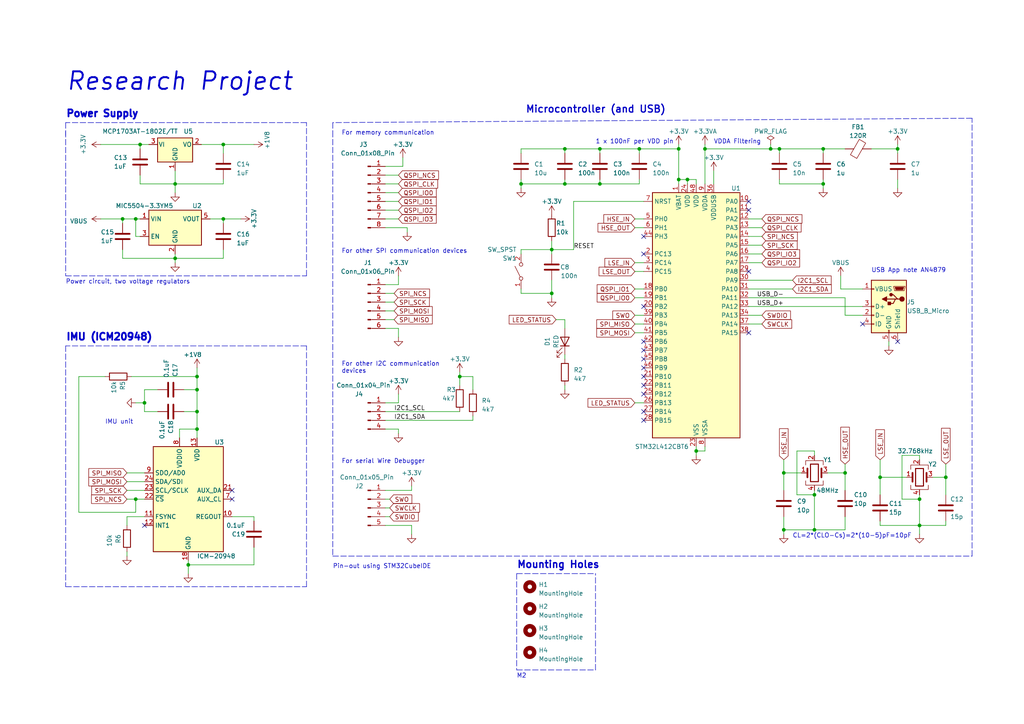
<source format=kicad_sch>
(kicad_sch (version 20230121) (generator eeschema)
  (paper "A4")
  (title_block (title "Research Project") (date "2023-03-26") (rev "0.1") (company "University London College"))
  (lib_symbols
    (symbol "Connector:Conn_01x04_Pin" (pin_names (offset 1.016) hide)
      (property "Reference" "J" (at 0 5.08 0))
      (property "Value" "Conn_01x04_Pin" (at 0 -7.62 0))
      (symbol "Conn_01x04_Pin_1_1"
        (pin passive line (at 5.08 2.54 180) (length 3.81) (name "Pin_1") (number "1"))
        (pin passive line (at 5.08 0 180) (length 3.81) (name "Pin_2") (number "2"))
        (pin passive line (at 5.08 -2.54 180) (length 3.81) (name "Pin_3") (number "3"))
        (pin passive line (at 5.08 -5.08 180) (length 3.81) (name "Pin_4") (number "4"))
      )
    )
    (symbol "Connector:Conn_01x05_Pin" (pin_names (offset 1.016) hide)
      (property "Reference" "J" (at 0 7.62 0))
      (property "Value" "Conn_01x05_Pin" (at 0 -7.62 0))
      (symbol "Conn_01x05_Pin_1_1"
        (pin passive line (at 5.08 5.08 180) (length 3.81) (name "Pin_1") (number "1"))
        (pin passive line (at 5.08 2.54 180) (length 3.81) (name "Pin_2") (number "2"))
        (pin passive line (at 5.08 0 180) (length 3.81) (name "Pin_3") (number "3"))
        (pin passive line (at 5.08 -2.54 180) (length 3.81) (name "Pin_4") (number "4"))
        (pin passive line (at 5.08 -5.08 180) (length 3.81) (name "Pin_5") (number "5"))
      )
    )
    (symbol "Connector:Conn_01x06_Pin" (pin_names (offset 1.016) hide)
      (property "Reference" "J" (at 0 7.62 0))
      (property "Value" "Conn_01x06_Pin" (at 0 -10.16 0))
      (symbol "Conn_01x06_Pin_1_1"
        (pin passive line (at 5.08 5.08 180) (length 3.81) (name "Pin_1") (number "1"))
        (pin passive line (at 5.08 2.54 180) (length 3.81) (name "Pin_2") (number "2"))
        (pin passive line (at 5.08 0 180) (length 3.81) (name "Pin_3") (number "3"))
        (pin passive line (at 5.08 -2.54 180) (length 3.81) (name "Pin_4") (number "4"))
        (pin passive line (at 5.08 -5.08 180) (length 3.81) (name "Pin_5") (number "5"))
        (pin passive line (at 5.08 -7.62 180) (length 3.81) (name "Pin_6") (number "6"))
      )
    )
    (symbol "Connector:Conn_01x08_Pin" (pin_names (offset 1.016) hide)
      (property "Reference" "J" (at 0 10.16 0))
      (property "Value" "Conn_01x08_Pin" (at 0 -12.7 0))
      (symbol "Conn_01x08_Pin_1_1"
        (pin passive line (at 5.08 7.62 180) (length 3.81) (name "Pin_1") (number "1"))
        (pin passive line (at 5.08 5.08 180) (length 3.81) (name "Pin_2") (number "2"))
        (pin passive line (at 5.08 2.54 180) (length 3.81) (name "Pin_3") (number "3"))
        (pin passive line (at 5.08 0 180) (length 3.81) (name "Pin_4") (number "4"))
        (pin passive line (at 5.08 -2.54 180) (length 3.81) (name "Pin_5") (number "5"))
        (pin passive line (at 5.08 -5.08 180) (length 3.81) (name "Pin_6") (number "6"))
        (pin passive line (at 5.08 -7.62 180) (length 3.81) (name "Pin_7") (number "7"))
        (pin passive line (at 5.08 -10.16 180) (length 3.81) (name "Pin_8") (number "8"))
      )
    )
    (symbol "Device:C" (pin_numbers hide) (pin_names (offset 0.254))
      (property "Reference" "C" (at 0.635 2.54 0))
      (property "Value" "C" (at 0.635 -2.54 0))
      (symbol "C_1_1"
        (pin passive line (at 0 3.81 270) (length 2.794) (name "~") (number "1"))
        (pin passive line (at 0 -3.81 90) (length 2.794) (name "~") (number "2"))
      )
    )
    (symbol "Device:Crystal_GND24" (pin_names (offset 1.016) hide)
      (property "Reference" "Y" (at 3.175 5.08 0))
      (property "Value" "Crystal_GND24" (at 3.175 3.175 0))
      (symbol "Crystal_GND24_1_1"
        (pin passive line (at -3.81 0 0) (length 1.27) (name "1") (number "1"))
        (pin passive line (at 0 5.08 270) (length 1.27) (name "2") (number "2"))
        (pin passive line (at 3.81 0 180) (length 1.27) (name "3") (number "3"))
        (pin passive line (at 0 -5.08 90) (length 1.27) (name "4") (number "4"))
      )
    )
    (symbol "Device:FerriteBead" (pin_numbers hide) (pin_names (offset 0))
      (property "Reference" "FB" (at -3.81 0.635 90))
      (property "Value" "FerriteBead" (at 3.81 0 90))
      (symbol "FerriteBead_1_1"
        (pin passive line (at 0 3.81 270) (length 2.54) (name "~") (number "1"))
        (pin passive line (at 0 -3.81 90) (length 2.54) (name "~") (number "2"))
      )
    )
    (symbol "Device:LED" (pin_numbers hide) (pin_names (offset 1.016) hide)
      (property "Reference" "D" (at 0 2.54 0))
      (property "Value" "LED" (at 0 -2.54 0))
      (symbol "LED_1_1"
        (pin passive line (at -3.81 0 0) (length 2.54) (name "K") (number "1"))
        (pin passive line (at 3.81 0 180) (length 2.54) (name "A") (number "2"))
      )
    )
    (symbol "Device:R" (pin_numbers hide) (pin_names (offset 0))
      (property "Reference" "R" (at 2.032 0 90))
      (property "Value" "R" (at 0 0 90))
      (symbol "R_1_1"
        (pin passive line (at 0 3.81 270) (length 1.27) (name "~") (number "1"))
        (pin passive line (at 0 -3.81 90) (length 1.27) (name "~") (number "2"))
      )
    )
    (symbol "MCU_ST_STM32L4:STM32L412CBTx"
      (property "Reference" "U" (at -12.7 36.83 0))
      (property "Value" "STM32L412CBTx" (at 7.62 36.83 0))
      (symbol "STM32L412CBTx_1_1"
        (pin power_in line (at -5.08 38.1 270) (length 2.54) (name "VBAT") (number "1"))
        (pin bidirectional line (at 15.24 33.02 180) (length 2.54) (name "PA0") (number "10"))
        (pin bidirectional line (at 15.24 30.48 180) (length 2.54) (name "PA1") (number "11"))
        (pin bidirectional line (at 15.24 27.94 180) (length 2.54) (name "PA2") (number "12"))
        (pin bidirectional line (at 15.24 25.4 180) (length 2.54) (name "PA3") (number "13"))
        (pin bidirectional line (at 15.24 22.86 180) (length 2.54) (name "PA4") (number "14"))
        (pin bidirectional line (at 15.24 20.32 180) (length 2.54) (name "PA5") (number "15"))
        (pin bidirectional line (at 15.24 17.78 180) (length 2.54) (name "PA6") (number "16"))
        (pin bidirectional line (at 15.24 15.24 180) (length 2.54) (name "PA7") (number "17"))
        (pin bidirectional line (at -15.24 7.62 0) (length 2.54) (name "PB0") (number "18"))
        (pin bidirectional line (at -15.24 5.08 0) (length 2.54) (name "PB1") (number "19"))
        (pin bidirectional line (at -15.24 17.78 0) (length 2.54) (name "PC13") (number "2"))
        (pin bidirectional line (at -15.24 2.54 0) (length 2.54) (name "PB2") (number "20"))
        (pin bidirectional line (at -15.24 -17.78 0) (length 2.54) (name "PB10") (number "21"))
        (pin bidirectional line (at -15.24 -20.32 0) (length 2.54) (name "PB11") (number "22"))
        (pin power_in line (at 0 -38.1 90) (length 2.54) (name "VSS") (number "23"))
        (pin power_in line (at -2.54 38.1 270) (length 2.54) (name "VDD") (number "24"))
        (pin bidirectional line (at -15.24 -22.86 0) (length 2.54) (name "PB12") (number "25"))
        (pin bidirectional line (at -15.24 -25.4 0) (length 2.54) (name "PB13") (number "26"))
        (pin bidirectional line (at -15.24 -27.94 0) (length 2.54) (name "PB14") (number "27"))
        (pin bidirectional line (at -15.24 -30.48 0) (length 2.54) (name "PB15") (number "28"))
        (pin bidirectional line (at 15.24 12.7 180) (length 2.54) (name "PA8") (number "29"))
        (pin bidirectional line (at -15.24 15.24 0) (length 2.54) (name "PC14") (number "3"))
        (pin bidirectional line (at 15.24 10.16 180) (length 2.54) (name "PA9") (number "30"))
        (pin bidirectional line (at 15.24 7.62 180) (length 2.54) (name "PA10") (number "31"))
        (pin bidirectional line (at 15.24 5.08 180) (length 2.54) (name "PA11") (number "32"))
        (pin bidirectional line (at 15.24 2.54 180) (length 2.54) (name "PA12") (number "33"))
        (pin bidirectional line (at 15.24 0 180) (length 2.54) (name "PA13") (number "34"))
        (pin passive line (at 0 -38.1 90) (length 2.54) hide (name "VSS") (number "35"))
        (pin power_in line (at 5.08 38.1 270) (length 2.54) (name "VDDUSB") (number "36"))
        (pin bidirectional line (at 15.24 -2.54 180) (length 2.54) (name "PA14") (number "37"))
        (pin bidirectional line (at 15.24 -5.08 180) (length 2.54) (name "PA15") (number "38"))
        (pin bidirectional line (at -15.24 0 0) (length 2.54) (name "PB3") (number "39"))
        (pin bidirectional line (at -15.24 12.7 0) (length 2.54) (name "PC15") (number "4"))
        (pin bidirectional line (at -15.24 -2.54 0) (length 2.54) (name "PB4") (number "40"))
        (pin bidirectional line (at -15.24 -5.08 0) (length 2.54) (name "PB5") (number "41"))
        (pin bidirectional line (at -15.24 -7.62 0) (length 2.54) (name "PB6") (number "42"))
        (pin bidirectional line (at -15.24 -10.16 0) (length 2.54) (name "PB7") (number "43"))
        (pin bidirectional line (at -15.24 22.86 0) (length 2.54) (name "PH3") (number "44"))
        (pin bidirectional line (at -15.24 -12.7 0) (length 2.54) (name "PB8") (number "45"))
        (pin bidirectional line (at -15.24 -15.24 0) (length 2.54) (name "PB9") (number "46"))
        (pin passive line (at 0 -38.1 90) (length 2.54) hide (name "VSS") (number "47"))
        (pin power_in line (at 0 38.1 270) (length 2.54) (name "VDD") (number "48"))
        (pin bidirectional line (at -15.24 27.94 0) (length 2.54) (name "PH0") (number "5"))
        (pin bidirectional line (at -15.24 25.4 0) (length 2.54) (name "PH1") (number "6"))
        (pin input line (at -15.24 33.02 0) (length 2.54) (name "NRST") (number "7"))
        (pin power_in line (at 2.54 -38.1 90) (length 2.54) (name "VSSA") (number "8"))
        (pin power_in line (at 2.54 38.1 270) (length 2.54) (name "VDDA") (number "9"))
      )
    )
    (symbol "Mechanical:MountingHole" (pin_names (offset 1.016))
      (property "Reference" "H" (at 0 5.08 0))
      (property "Value" "MountingHole" (at 0 3.175 0))
    )
    (symbol "Regulator_Linear:MCP1703Ax-180xxTT" (pin_names (offset 0.254))
      (property "Reference" "U" (at -3.81 3.175 0))
      (property "Value" "MCP1703Ax-180xxTT" (at 0 3.175 0))
      (symbol "MCP1703Ax-180xxTT_1_1"
        (pin power_in line (at 0 -7.62 90) (length 2.54) (name "GND") (number "1"))
        (pin power_out line (at 7.62 0 180) (length 2.54) (name "VO") (number "2"))
        (pin power_in line (at -7.62 0 0) (length 2.54) (name "VI") (number "3"))
      )
    )
    (symbol "Regulator_Linear:MIC5504-3.3YM5"
      (property "Reference" "U" (at -7.62 8.89 0))
      (property "Value" "MIC5504-3.3YM5" (at -7.62 6.35 0))
      (symbol "MIC5504-3.3YM5_1_1"
        (pin power_in line (at -10.16 2.54 0) (length 2.54) (name "VIN") (number "1"))
        (pin power_in line (at 0 -7.62 90) (length 2.54) (name "GND") (number "2"))
        (pin input line (at -10.16 -2.54 0) (length 2.54) (name "EN") (number "3"))
        (pin no_connect line (at 7.62 -2.54 180) (length 2.54) hide (name "NC") (number "4"))
        (pin power_out line (at 10.16 2.54 180) (length 2.54) (name "VOUT") (number "5"))
      )
    )
    (symbol "Sensor_Motion:ICM-20948"
      (property "Reference" "U" (at -11.43 16.51 0))
      (property "Value" "ICM-20948" (at 7.62 -16.51 0))
      (symbol "ICM-20948_1_1"
        (pin no_connect line (at -10.16 12.7 0) (length 2.54) hide (name "NC") (number "1"))
        (pin passive line (at 12.7 -5.08 180) (length 2.54) (name "REGOUT") (number "10"))
        (pin input line (at -12.7 -5.08 0) (length 2.54) (name "FSYNC") (number "11"))
        (pin output line (at -12.7 -7.62 0) (length 2.54) (name "INT1") (number "12"))
        (pin power_in line (at 2.54 17.78 270) (length 2.54) (name "VDD") (number "13"))
        (pin no_connect line (at 10.16 7.62 180) (length 2.54) hide (name "NC") (number "14"))
        (pin no_connect line (at 10.16 5.08 180) (length 2.54) hide (name "NC") (number "15"))
        (pin no_connect line (at 10.16 -7.62 180) (length 2.54) hide (name "NC") (number "16"))
        (pin no_connect line (at 10.16 -10.16 180) (length 2.54) hide (name "NC") (number "17"))
        (pin power_in line (at 0 -17.78 90) (length 2.54) (name "GND") (number "18"))
        (pin no_connect line (at 10.16 -12.7 180) (length 2.54) hide (name "RESV") (number "19"))
        (pin no_connect line (at -10.16 10.16 0) (length 2.54) hide (name "NC") (number "2"))
        (pin passive line (at 0 -17.78 90) (length 2.54) hide (name "GND") (number "20"))
        (pin bidirectional line (at 12.7 2.54 180) (length 2.54) (name "AUX_DA") (number "21"))
        (pin input line (at -12.7 0 0) (length 2.54) (name "~{CS}") (number "22"))
        (pin input line (at -12.7 2.54 0) (length 2.54) (name "SCL/SCLK") (number "23"))
        (pin bidirectional line (at -12.7 5.08 0) (length 2.54) (name "SDA/SDI") (number "24"))
        (pin no_connect line (at -10.16 -2.54 0) (length 2.54) hide (name "NC") (number "3"))
        (pin no_connect line (at -10.16 -10.16 0) (length 2.54) hide (name "NC") (number "4"))
        (pin no_connect line (at -10.16 -12.7 0) (length 2.54) hide (name "NC") (number "5"))
        (pin no_connect line (at 10.16 10.16 180) (length 2.54) hide (name "NC") (number "6"))
        (pin output line (at 12.7 0 180) (length 2.54) (name "AUX_CL") (number "7"))
        (pin power_in line (at -2.54 17.78 270) (length 2.54) (name "VDDIO") (number "8"))
        (pin bidirectional line (at -12.7 7.62 0) (length 2.54) (name "SDO/AD0") (number "9"))
      )
    )
    (symbol "Switch:SW_SPST" (pin_names (offset 0) hide)
      (property "Reference" "SW" (at 0 3.175 0))
      (property "Value" "SW_SPST" (at 0 -2.54 0))
      (symbol "SW_SPST_1_1"
        (pin passive line (at -5.08 0 0) (length 2.54) (name "A") (number "1"))
        (pin passive line (at 5.08 0 180) (length 2.54) (name "B") (number "2"))
      )
    )
    (symbol "USB_B_Micro_1" (pin_names (offset 1.016))
      (property "Reference" "J" (at -5.08 11.43 0))
      (property "Value" "USB_B_Micro" (at -5.08 8.89 0))
      (symbol "USB_B_Micro_1_1_1"
        (pin power_out line (at 7.62 5.08 180) (length 2.54) (name "VBUS") (number "1"))
        (pin bidirectional line (at 7.62 -2.54 180) (length 2.54) (name "D-") (number "2"))
        (pin bidirectional line (at 7.62 0 180) (length 2.54) (name "D+") (number "3"))
        (pin passive line (at 7.62 -5.08 180) (length 2.54) (name "ID") (number "4"))
        (pin power_out line (at 0 -10.16 90) (length 2.54) (name "GND") (number "5"))
        (pin passive line (at -2.54 -10.16 90) (length 2.54) (name "Shield") (number "6"))
      )
    )
    (symbol "power:+1V8" (power) (pin_names (offset 0))
      (property "Value" "+1V8" (at 0 3.556 0))
      (symbol "+1V8_1_1"
        (pin power_in line (at 0 0 90) (length 0) hide (name "+1V8") (number "1"))
      )
    )
    (symbol "power:+3.3V" (power) (pin_names (offset 0))
      (property "Value" "+3.3V" (at 0 3.556 0))
      (symbol "+3.3V_1_1"
        (pin power_in line (at 0 0 90) (length 0) hide (name "+3.3V") (number "1"))
      )
    )
    (symbol "power:+3.3VA" (power) (pin_names (offset 0))
      (property "Value" "+3.3VA" (at 0 3.556 0))
      (symbol "+3.3VA_1_1"
        (pin power_in line (at 0 0 90) (length 0) hide (name "+3.3VA") (number "1"))
      )
    )
    (symbol "power:GND" (power) (pin_names (offset 0))
      (property "Value" "GND" (at 0 -3.81 0))
      (symbol "GND_1_1"
        (pin power_in line (at 0 0 270) (length 0) hide (name "GND") (number "1"))
      )
    )
    (symbol "power:PWR_FLAG" (power) (pin_numbers hide) (pin_names (offset 0) hide)
      (property "Value" "PWR_FLAG" (at 0 3.81 0))
      (symbol "PWR_FLAG_0_0"
        (pin power_out line (at 0 0 90) (length 0) (name "pwr") (number "1"))
      )
    )
    (symbol "power:VBUS" (power) (pin_names (offset 0))
      (property "Value" "VBUS" (at 0 3.81 0))
      (symbol "VBUS_1_1"
        (pin power_in line (at 0 0 90) (length 0) hide (name "VBUS") (number "1"))
      )
    )
  )
  (junction (at 226.06 43.18))
  (junction (at 185.42 43.18))
  (junction (at 40.64 41.91))
  (junction (at 274.32 138.43))
  (junction (at 255.27 138.43))
  (junction (at 163.83 53.34))
  (junction (at 196.85 43.18))
  (junction (at 54.61 163.83))
  (junction (at 201.93 130.81))
  (junction (at 227.33 137.16))
  (junction (at 245.11 137.16))
  (junction (at 39.37 144.78))
  (junction (at 236.22 143.51))
  (junction (at 39.37 63.5))
  (junction (at 57.15 119.38))
  (junction (at 204.47 43.18))
  (junction (at 266.7 144.78))
  (junction (at 196.85 52.07))
  (junction (at 173.99 53.34))
  (junction (at 64.77 63.5))
  (junction (at 199.39 52.07))
  (junction (at 64.77 41.91))
  (junction (at 160.02 72.39))
  (junction (at 173.99 43.18))
  (junction (at 57.15 124.46))
  (junction (at 266.7 152.4))
  (junction (at 151.13 53.34))
  (junction (at 50.8 74.93))
  (junction (at 227.33 153.67))
  (junction (at 236.22 153.67))
  (junction (at 160.02 85.09))
  (junction (at 57.15 109.22))
  (junction (at 133.35 109.22))
  (junction (at 223.52 43.18))
  (junction (at 238.76 53.34))
  (junction (at 238.76 43.18))
  (junction (at 35.56 63.5))
  (junction (at 50.8 53.34))
  (junction (at 163.83 43.18))
  (junction (at 41.91 116.84))
  (junction (at 260.35 43.18))
  (junction (at 57.15 113.03))
  (no_connect (at 217.17 60.96))
  (no_connect (at 186.69 68.58))
  (no_connect (at 186.69 119.38))
  (no_connect (at 186.69 109.22))
  (no_connect (at 186.69 121.92))
  (no_connect (at 67.31 142.24))
  (no_connect (at 186.69 104.14))
  (no_connect (at 250.19 93.98))
  (no_connect (at 217.17 96.52))
  (no_connect (at 186.69 106.68))
  (no_connect (at 41.91 152.4))
  (no_connect (at 186.69 73.66))
  (no_connect (at 217.17 78.74))
  (no_connect (at 67.31 144.78))
  (no_connect (at 260.35 99.06))
  (no_connect (at 186.69 99.06))
  (no_connect (at 186.69 111.76))
  (no_connect (at 217.17 58.42))
  (no_connect (at 186.69 101.6))
  (no_connect (at 186.69 88.9))
  (no_connect (at 186.69 114.3))
  (wire (pts (xy 163.83 43.18) (xy 173.99 43.18)))
  (wire (pts (xy 115.57 124.46) (xy 115.57 125.73)))
  (wire (pts (xy 111.76 95.25) (xy 115.57 95.25)))
  (wire (pts (xy 50.8 49.53) (xy 50.8 53.34)))
  (polyline (pts (xy 19.05 38.1) (xy 19.05 80.01)) (stroke (width 0) (type dash)))
  (wire (pts (xy 151.13 44.45) (xy 151.13 43.18)))
  (wire (pts (xy 163.83 111.76) (xy 163.83 113.03)))
  (wire (pts (xy 227.33 153.67) (xy 227.33 154.94)))
  (polyline (pts (xy 19.05 35.56) (xy 19.05 39.37)) (stroke (width 0) (type dash)))
  (wire (pts (xy 184.15 78.74) (xy 186.69 78.74)))
  (wire (pts (xy 238.76 52.07) (xy 238.76 53.34)))
  (wire (pts (xy 38.1 109.22) (xy 57.15 109.22)))
  (wire (pts (xy 220.98 73.66) (xy 217.17 73.66)))
  (wire (pts (xy 151.13 72.39) (xy 160.02 72.39)))
  (wire (pts (xy 236.22 153.67) (xy 245.11 153.67)))
  (wire (pts (xy 260.35 52.07) (xy 260.35 54.61)))
  (wire (pts (xy 160.02 81.28) (xy 160.02 85.09)))
  (wire (pts (xy 199.39 52.07) (xy 199.39 53.34)))
  (wire (pts (xy 113.03 147.32) (xy 111.76 147.32)))
  (wire (pts (xy 231.14 130.81) (xy 231.14 143.51)))
  (wire (pts (xy 257.81 100.33) (xy 257.81 99.06)))
  (wire (pts (xy 115.57 60.96) (xy 111.76 60.96)))
  (wire (pts (xy 54.61 163.83) (xy 73.66 163.83)))
  (wire (pts (xy 114.3 87.63) (xy 111.76 87.63)))
  (wire (pts (xy 45.72 113.03) (xy 41.91 113.03)))
  (wire (pts (xy 118.11 66.04) (xy 118.11 67.31)))
  (wire (pts (xy 184.15 76.2) (xy 186.69 76.2)))
  (wire (pts (xy 274.32 138.43) (xy 274.32 134.62)))
  (wire (pts (xy 111.76 82.55) (xy 115.57 82.55)))
  (wire (pts (xy 54.61 166.37) (xy 54.61 163.83)))
  (wire (pts (xy 274.32 151.13) (xy 274.32 152.4)))
  (wire (pts (xy 64.77 52.07) (xy 64.77 53.34)))
  (wire (pts (xy 252.73 43.18) (xy 260.35 43.18)))
  (wire (pts (xy 160.02 72.39) (xy 160.02 73.66)))
  (wire (pts (xy 220.98 71.12) (xy 217.17 71.12)))
  (wire (pts (xy 113.03 149.86) (xy 111.76 149.86)))
  (wire (pts (xy 238.76 43.18) (xy 238.76 44.45)))
  (wire (pts (xy 207.01 49.53) (xy 207.01 53.34)))
  (wire (pts (xy 196.85 43.18) (xy 196.85 52.07)))
  (wire (pts (xy 36.83 144.78) (xy 39.37 144.78)))
  (wire (pts (xy 73.66 149.86) (xy 73.66 151.13)))
  (polyline (pts (xy 96.52 35.56) (xy 96.52 38.1)) (stroke (width 0) (type dash)))
  (wire (pts (xy 184.15 66.04) (xy 186.69 66.04)))
  (wire (pts (xy 22.86 148.59) (xy 39.37 148.59)))
  (wire (pts (xy 116.84 48.26) (xy 116.84 45.72)))
  (wire (pts (xy 166.37 58.42) (xy 166.37 72.39)))
  (wire (pts (xy 204.47 43.18) (xy 204.47 53.34)))
  (wire (pts (xy 185.42 53.34) (xy 173.99 53.34)))
  (wire (pts (xy 245.11 149.86) (xy 245.11 153.67)))
  (wire (pts (xy 220.98 93.98) (xy 217.17 93.98)))
  (wire (pts (xy 30.48 109.22) (xy 22.86 109.22)))
  (wire (pts (xy 36.83 149.86) (xy 41.91 149.86)))
  (wire (pts (xy 196.85 52.07) (xy 196.85 53.34)))
  (wire (pts (xy 115.57 63.5) (xy 111.76 63.5)))
  (wire (pts (xy 36.83 137.16) (xy 41.91 137.16)))
  (wire (pts (xy 57.15 124.46) (xy 57.15 127)))
  (wire (pts (xy 199.39 52.07) (xy 196.85 52.07)))
  (wire (pts (xy 40.64 41.91) (xy 43.18 41.91)))
  (wire (pts (xy 227.33 137.16) (xy 227.33 142.24)))
  (wire (pts (xy 64.77 41.91) (xy 73.66 41.91)))
  (wire (pts (xy 204.47 130.81) (xy 201.93 130.81)))
  (wire (pts (xy 111.76 144.78) (xy 113.03 144.78)))
  (polyline (pts (xy 88.9 100.33) (xy 19.05 100.33)) (stroke (width 0) (type dash)))
  (wire (pts (xy 29.21 41.91) (xy 40.64 41.91)))
  (wire (pts (xy 173.99 43.18) (xy 185.42 43.18)))
  (polyline (pts (xy 19.05 80.01) (xy 88.9 80.01)) (stroke (width 0) (type dash)))
  (wire (pts (xy 41.91 119.38) (xy 45.72 119.38)))
  (wire (pts (xy 274.32 152.4) (xy 266.7 152.4)))
  (wire (pts (xy 255.27 152.4) (xy 266.7 152.4)))
  (wire (pts (xy 151.13 43.18) (xy 163.83 43.18)))
  (wire (pts (xy 111.76 116.84) (xy 115.57 116.84)))
  (wire (pts (xy 238.76 53.34) (xy 238.76 54.61)))
  (wire (pts (xy 184.15 93.98) (xy 186.69 93.98)))
  (polyline (pts (xy 19.05 100.33) (xy 19.05 170.18)) (stroke (width 0) (type dash)))
  (wire (pts (xy 39.37 144.78) (xy 41.91 144.78)))
  (wire (pts (xy 255.27 151.13) (xy 255.27 152.4)))
  (wire (pts (xy 243.84 83.82) (xy 243.84 80.01)))
  (wire (pts (xy 40.64 53.34) (xy 50.8 53.34)))
  (wire (pts (xy 236.22 142.24) (xy 236.22 143.51)))
  (wire (pts (xy 173.99 53.34) (xy 163.83 53.34)))
  (wire (pts (xy 50.8 74.93) (xy 50.8 76.2)))
  (wire (pts (xy 201.93 52.07) (xy 199.39 52.07)))
  (wire (pts (xy 114.3 92.71) (xy 111.76 92.71)))
  (wire (pts (xy 111.76 121.92) (xy 137.16 121.92)))
  (polyline (pts (xy 149.86 166.37) (xy 149.86 194.31)) (stroke (width 0) (type dash)))
  (wire (pts (xy 255.27 138.43) (xy 255.27 143.51)))
  (wire (pts (xy 227.33 137.16) (xy 232.41 137.16)))
  (wire (pts (xy 64.77 41.91) (xy 64.77 44.45)))
  (wire (pts (xy 196.85 43.18) (xy 196.85 41.91)))
  (wire (pts (xy 270.51 138.43) (xy 274.32 138.43)))
  (wire (pts (xy 163.83 92.71) (xy 163.83 95.25)))
  (wire (pts (xy 50.8 53.34) (xy 64.77 53.34)))
  (wire (pts (xy 240.03 137.16) (xy 245.11 137.16)))
  (wire (pts (xy 115.57 53.34) (xy 111.76 53.34)))
  (wire (pts (xy 36.83 142.24) (xy 41.91 142.24)))
  (wire (pts (xy 111.76 152.4) (xy 119.38 152.4)))
  (wire (pts (xy 163.83 104.14) (xy 163.83 102.87)))
  (wire (pts (xy 184.15 91.44) (xy 186.69 91.44)))
  (polyline (pts (xy 281.94 34.29) (xy 96.52 35.56)) (stroke (width 0) (type dash)))
  (wire (pts (xy 184.15 96.52) (xy 186.69 96.52)))
  (wire (pts (xy 40.64 63.5) (xy 39.37 63.5)))
  (wire (pts (xy 255.27 138.43) (xy 262.89 138.43)))
  (wire (pts (xy 52.07 124.46) (xy 57.15 124.46)))
  (wire (pts (xy 53.34 119.38) (xy 57.15 119.38)))
  (wire (pts (xy 60.96 63.5) (xy 64.77 63.5)))
  (wire (pts (xy 245.11 91.44) (xy 245.11 86.36)))
  (wire (pts (xy 41.91 113.03) (xy 41.91 116.84)))
  (wire (pts (xy 226.06 43.18) (xy 226.06 44.45)))
  (wire (pts (xy 260.35 41.91) (xy 260.35 43.18)))
  (wire (pts (xy 35.56 63.5) (xy 35.56 64.77)))
  (wire (pts (xy 58.42 41.91) (xy 64.77 41.91)))
  (wire (pts (xy 119.38 152.4) (xy 119.38 154.94)))
  (wire (pts (xy 137.16 120.65) (xy 137.16 121.92)))
  (wire (pts (xy 40.64 68.58) (xy 39.37 68.58)))
  (polyline (pts (xy 96.52 161.29) (xy 281.94 161.29)) (stroke (width 0) (type dash)))
  (wire (pts (xy 266.7 144.78) (xy 266.7 152.4)))
  (wire (pts (xy 114.3 90.17) (xy 111.76 90.17)))
  (wire (pts (xy 39.37 148.59) (xy 39.37 144.78)))
  (wire (pts (xy 223.52 41.91) (xy 223.52 43.18)))
  (wire (pts (xy 57.15 113.03) (xy 57.15 119.38)))
  (wire (pts (xy 163.83 53.34) (xy 151.13 53.34)))
  (wire (pts (xy 151.13 53.34) (xy 151.13 54.61)))
  (polyline (pts (xy 88.9 170.18) (xy 88.9 100.33)) (stroke (width 0) (type dash)))
  (wire (pts (xy 35.56 72.39) (xy 35.56 74.93)))
  (polyline (pts (xy 149.86 194.31) (xy 172.72 194.31)) (stroke (width 0) (type dash)))
  (wire (pts (xy 53.34 113.03) (xy 57.15 113.03)))
  (wire (pts (xy 201.93 53.34) (xy 201.93 52.07)))
  (wire (pts (xy 260.35 43.18) (xy 260.35 44.45)))
  (wire (pts (xy 111.76 119.38) (xy 133.35 119.38)))
  (wire (pts (xy 223.52 43.18) (xy 226.06 43.18)))
  (wire (pts (xy 50.8 73.66) (xy 50.8 74.93)))
  (wire (pts (xy 39.37 116.84) (xy 41.91 116.84)))
  (wire (pts (xy 184.15 116.84) (xy 186.69 116.84)))
  (wire (pts (xy 261.62 132.08) (xy 261.62 144.78)))
  (wire (pts (xy 204.47 41.91) (xy 204.47 43.18)))
  (wire (pts (xy 40.64 50.8) (xy 40.64 53.34)))
  (wire (pts (xy 161.29 92.71) (xy 163.83 92.71)))
  (polyline (pts (xy 96.52 38.1) (xy 96.52 161.29)) (stroke (width 0) (type dash)))
  (wire (pts (xy 50.8 53.34) (xy 50.8 55.88)))
  (wire (pts (xy 245.11 137.16) (xy 245.11 142.24)))
  (wire (pts (xy 111.76 142.24) (xy 119.38 142.24)))
  (wire (pts (xy 57.15 109.22) (xy 57.15 113.03)))
  (wire (pts (xy 114.3 85.09) (xy 111.76 85.09)))
  (wire (pts (xy 133.35 109.22) (xy 133.35 111.76)))
  (wire (pts (xy 227.33 149.86) (xy 227.33 153.67)))
  (wire (pts (xy 67.31 149.86) (xy 73.66 149.86)))
  (wire (pts (xy 227.33 133.35) (xy 227.33 137.16)))
  (wire (pts (xy 226.06 43.18) (xy 238.76 43.18)))
  (wire (pts (xy 64.77 63.5) (xy 64.77 64.77)))
  (wire (pts (xy 57.15 119.38) (xy 57.15 124.46)))
  (wire (pts (xy 151.13 52.07) (xy 151.13 53.34)))
  (wire (pts (xy 245.11 91.44) (xy 250.19 91.44)))
  (wire (pts (xy 111.76 48.26) (xy 116.84 48.26)))
  (polyline (pts (xy 88.9 35.56) (xy 19.05 35.56)) (stroke (width 0) (type dash)))
  (wire (pts (xy 255.27 133.35) (xy 255.27 138.43)))
  (wire (pts (xy 266.7 132.08) (xy 266.7 133.35)))
  (wire (pts (xy 201.93 129.54) (xy 201.93 130.81)))
  (wire (pts (xy 185.42 44.45) (xy 185.42 43.18)))
  (wire (pts (xy 220.98 68.58) (xy 217.17 68.58)))
  (wire (pts (xy 151.13 83.82) (xy 151.13 85.09)))
  (wire (pts (xy 36.83 160.02) (xy 36.83 161.29)))
  (wire (pts (xy 201.93 130.81) (xy 201.93 132.08)))
  (wire (pts (xy 236.22 153.67) (xy 227.33 153.67)))
  (wire (pts (xy 54.61 162.56) (xy 54.61 163.83)))
  (wire (pts (xy 111.76 66.04) (xy 118.11 66.04)))
  (wire (pts (xy 119.38 142.24) (xy 119.38 140.97)))
  (wire (pts (xy 220.98 76.2) (xy 217.17 76.2)))
  (wire (pts (xy 163.83 52.07) (xy 163.83 53.34)))
  (polyline (pts (xy 19.05 170.18) (xy 88.9 170.18)) (stroke (width 0) (type dash)))
  (wire (pts (xy 160.02 69.85) (xy 160.02 72.39)))
  (wire (pts (xy 151.13 73.66) (xy 151.13 72.39)))
  (wire (pts (xy 250.19 83.82) (xy 243.84 83.82)))
  (wire (pts (xy 173.99 44.45) (xy 173.99 43.18)))
  (wire (pts (xy 274.32 138.43) (xy 274.32 143.51)))
  (wire (pts (xy 266.7 144.78) (xy 266.7 143.51)))
  (wire (pts (xy 217.17 88.9) (xy 250.19 88.9)))
  (wire (pts (xy 115.57 95.25) (xy 115.57 97.79)))
  (wire (pts (xy 137.16 113.03) (xy 137.16 109.22)))
  (wire (pts (xy 39.37 68.58) (xy 39.37 63.5)))
  (wire (pts (xy 266.7 132.08) (xy 261.62 132.08)))
  (wire (pts (xy 266.7 152.4) (xy 266.7 154.94)))
  (wire (pts (xy 261.62 144.78) (xy 266.7 144.78)))
  (wire (pts (xy 115.57 114.3) (xy 115.57 116.84)))
  (wire (pts (xy 238.76 43.18) (xy 245.11 43.18)))
  (wire (pts (xy 22.86 109.22) (xy 22.86 148.59)))
  (wire (pts (xy 36.83 149.86) (xy 36.83 152.4)))
  (wire (pts (xy 226.06 53.34) (xy 238.76 53.34)))
  (wire (pts (xy 226.06 52.07) (xy 226.06 53.34)))
  (wire (pts (xy 204.47 129.54) (xy 204.47 130.81)))
  (wire (pts (xy 115.57 55.88) (xy 111.76 55.88)))
  (wire (pts (xy 39.37 63.5) (xy 35.56 63.5)))
  (wire (pts (xy 185.42 43.18) (xy 196.85 43.18)))
  (polyline (pts (xy 88.9 80.01) (xy 88.9 35.56)) (stroke (width 0) (type dash)))
  (wire (pts (xy 115.57 82.55) (xy 115.57 80.01)))
  (wire (pts (xy 50.8 74.93) (xy 64.77 74.93)))
  (wire (pts (xy 64.77 63.5) (xy 69.85 63.5)))
  (wire (pts (xy 73.66 158.75) (xy 73.66 163.83)))
  (wire (pts (xy 217.17 86.36) (xy 245.11 86.36)))
  (wire (pts (xy 111.76 124.46) (xy 115.57 124.46)))
  (polyline (pts (xy 149.86 166.37) (xy 172.72 166.37)) (stroke (width 0) (type dash)))
  (wire (pts (xy 220.98 63.5) (xy 217.17 63.5)))
  (wire (pts (xy 115.57 58.42) (xy 111.76 58.42)))
  (wire (pts (xy 231.14 143.51) (xy 236.22 143.51)))
  (wire (pts (xy 236.22 132.08) (xy 236.22 130.81)))
  (wire (pts (xy 133.35 107.95) (xy 133.35 109.22)))
  (wire (pts (xy 41.91 116.84) (xy 41.91 119.38)))
  (wire (pts (xy 29.21 63.5) (xy 35.56 63.5)))
  (wire (pts (xy 236.22 130.81) (xy 231.14 130.81)))
  (wire (pts (xy 173.99 52.07) (xy 173.99 53.34)))
  (wire (pts (xy 64.77 72.39) (xy 64.77 74.93)))
  (wire (pts (xy 166.37 58.42) (xy 186.69 58.42)))
  (wire (pts (xy 217.17 83.82) (xy 229.87 83.82)))
  (wire (pts (xy 57.15 106.68) (xy 57.15 109.22)))
  (wire (pts (xy 236.22 143.51) (xy 236.22 153.67)))
  (wire (pts (xy 184.15 83.82) (xy 186.69 83.82)))
  (wire (pts (xy 220.98 66.04) (xy 217.17 66.04)))
  (polyline (pts (xy 172.72 194.31) (xy 172.72 166.37)) (stroke (width 0) (type dash)))
  (wire (pts (xy 151.13 85.09) (xy 160.02 85.09)))
  (polyline (pts (xy 281.94 161.29) (xy 281.94 34.29)) (stroke (width 0) (type dash)))
  (wire (pts (xy 204.47 43.18) (xy 223.52 43.18)))
  (wire (pts (xy 36.83 139.7) (xy 41.91 139.7)))
  (wire (pts (xy 220.98 91.44) (xy 217.17 91.44)))
  (wire (pts (xy 185.42 52.07) (xy 185.42 53.34)))
  (wire (pts (xy 160.02 85.09) (xy 160.02 86.36)))
  (wire (pts (xy 166.37 72.39) (xy 160.02 72.39)))
  (wire (pts (xy 52.07 127) (xy 52.07 124.46)))
  (wire (pts (xy 245.11 134.62) (xy 245.11 137.16)))
  (wire (pts (xy 35.56 74.93) (xy 50.8 74.93)))
  (wire (pts (xy 40.64 41.91) (xy 40.64 43.18)))
  (wire (pts (xy 217.17 81.28) (xy 229.87 81.28)))
  (wire (pts (xy 133.35 109.22) (xy 137.16 109.22)))
  (wire (pts (xy 184.15 63.5) (xy 186.69 63.5)))
  (wire (pts (xy 115.57 50.8) (xy 111.76 50.8)))
  (wire (pts (xy 184.15 86.36) (xy 186.69 86.36)))
  (wire (pts (xy 163.83 43.18) (xy 163.83 44.45)))
  (text "CL=2*(CLO-Cs)=2*(10-5)pF=10pF" (at 229.87 156.21 0) (effects (font (size 1.27 1.27)) (justify left bottom)))
  (text "For serial Wire Debugger\n" (at 99.06 134.62 0) (effects (font (size 1.27 1.27)) (justify left bottom)))
  (text "For memory communication\n" (at 99.06 39.37 0) (effects (font (size 1.27 1.27)) (justify left bottom)))
  (text "Research Project\n" (at 19.05 26.67 0) (effects (font (size 5.08 5.08) (thickness 0.5588) bold italic) (justify left bottom)))
  (text "Power circuit, two voltage regulators" (at 19.05 82.55 0) (effects (font (size 1.27 1.27)) (justify left bottom)))
  (text "USB App note AN4879\n\n" (at 252.73 81.28 0) (effects (font (size 1.27 1.27)) (justify left bottom)))
  (text "M2\n" (at 149.86 196.85 0) (effects (font (size 1.27 1.27)) (justify left bottom)))
  (text "For other SPI communication devices\n" (at 99.06 73.66 0) (effects (font (size 1.27 1.27)) (justify left bottom)))
  (text "1 x 100nF per VDD pin" (at 172.72 41.91 0) (effects (font (size 1.27 1.27)) (justify left bottom)))
  (text "Pin-out using STM32CubeIDE\n" (at 96.52 165.1 0) (effects (font (size 1.27 1.27)) (justify left bottom)))
  (text "IMU unit\n" (at 30.48 123.19 0) (effects (font (size 1.27 1.27)) (justify left bottom)))
  (text "VDDA Filtering\n" (at 207.01 41.91 0) (effects (font (size 1.27 1.27)) (justify left bottom)))
  (text "Mounting Holes" (at 149.86 165.1 0) (effects (font (size 2.032 2.032) (thickness 0.4064) bold) (justify left bottom)))
  (text "Microcontroller (and USB)" (at 152.4 33.02 0) (effects (font (size 2.032 2.032) (thickness 0.3556) bold) (justify left bottom)))
  (text "IMU (ICM20948)" (at 19.05 99.06 0) (effects (font (size 2.032 2.032) (thickness 1.3716) bold) (justify left bottom)))
  (text "Power Supply\n" (at 19.05 34.29 0) (effects (font (size 2.032 2.032) (thickness 1.3716) bold) (justify left bottom)))
  (text "For other I2C communication \ndevices\n\n" (at 99.06 110.49 0) (effects (font (size 1.27 1.27)) (justify left bottom)))
  (label "I2C1_SDA" (at 114.3 121.92 0))
  (label "I2C1_SCL" (at 114.3 119.38 0))
  (label "USB_D+" (at 227.33 88.9 180))
  (label "USB_D-" (at 227.33 86.36 180))
  (label "RESET" (at 166.37 72.39 0))
  (global_label "SPI_SCK" (shape input) (at 220.98 71.12 0) (property "Intersheetrefs" "${INTERSHEET_REFS}" (effects hide)))
  (global_label "SPI_SCK" (shape input) (at 114.3 87.63 0) (property "Intersheetrefs" "${INTERSHEET_REFS}" (effects hide)))
  (global_label "SPI_MISO" (shape input) (at 114.3 92.71 0) (property "Intersheetrefs" "${INTERSHEET_REFS}" (effects hide)))
  (global_label "LSE_OUT" (shape input) (at 274.32 134.62 90) (property "Intersheetrefs" "${INTERSHEET_REFS}" (effects hide)))
  (global_label "QSPI_CLK" (shape input) (at 115.57 53.34 0) (property "Intersheetrefs" "${INTERSHEET_REFS}" (effects hide)))
  (global_label "SPI_SCK" (shape input) (at 36.83 142.24 180) (property "Intersheetrefs" "${INTERSHEET_REFS}" (effects hide)))
  (global_label "LED_STATUS" (shape input) (at 184.15 116.84 180) (property "Intersheetrefs" "${INTERSHEET_REFS}" (effects hide)))
  (global_label "HSE_OUT" (shape input) (at 245.11 134.62 90) (property "Intersheetrefs" "${INTERSHEET_REFS}" (effects hide)))
  (global_label "SWDIO" (shape input) (at 113.03 149.86 0) (property "Intersheetrefs" "${INTERSHEET_REFS}" (effects hide)))
  (global_label "SWDIO" (shape input) (at 220.98 91.44 0) (property "Intersheetrefs" "${INTERSHEET_REFS}" (effects hide)))
  (global_label "QSPI_IO3" (shape input) (at 115.57 63.5 0) (property "Intersheetrefs" "${INTERSHEET_REFS}" (effects hide)))
  (global_label "HSE_IN" (shape input) (at 227.33 133.35 90) (property "Intersheetrefs" "${INTERSHEET_REFS}" (effects hide)))
  (global_label "SPI_NCS" (shape input) (at 220.98 68.58 0) (property "Intersheetrefs" "${INTERSHEET_REFS}" (effects hide)))
  (global_label "HSE_OUT" (shape input) (at 184.15 66.04 180) (property "Intersheetrefs" "${INTERSHEET_REFS}" (effects hide)))
  (global_label "QSPI_CLK" (shape input) (at 220.98 66.04 0) (property "Intersheetrefs" "${INTERSHEET_REFS}" (effects hide)))
  (global_label "LSE_IN" (shape input) (at 184.15 76.2 180) (property "Intersheetrefs" "${INTERSHEET_REFS}" (effects hide)))
  (global_label "SWO" (shape input) (at 113.03 144.78 0) (property "Intersheetrefs" "${INTERSHEET_REFS}" (effects hide)))
  (global_label "SPI_MOSI" (shape input) (at 184.15 96.52 180) (property "Intersheetrefs" "${INTERSHEET_REFS}" (effects hide)))
  (global_label "QSPI_IO3" (shape input) (at 220.98 73.66 0) (property "Intersheetrefs" "${INTERSHEET_REFS}" (effects hide)))
  (global_label "SWO" (shape input) (at 184.15 91.44 180) (property "Intersheetrefs" "${INTERSHEET_REFS}" (effects hide)))
  (global_label "I2C1_SCL" (shape input) (at 229.87 81.28 0) (property "Intersheetrefs" "${INTERSHEET_REFS}" (effects hide)))
  (global_label "LED_STATUS" (shape input) (at 161.29 92.71 180) (property "Intersheetrefs" "${INTERSHEET_REFS}" (effects hide)))
  (global_label "LSE_OUT" (shape input) (at 184.15 78.74 180) (property "Intersheetrefs" "${INTERSHEET_REFS}" (effects hide)))
  (global_label "QSPI_IO1" (shape input) (at 115.57 58.42 0) (property "Intersheetrefs" "${INTERSHEET_REFS}" (effects hide)))
  (global_label "SWCLK" (shape input) (at 113.03 147.32 0) (property "Intersheetrefs" "${INTERSHEET_REFS}" (effects hide)))
  (global_label "SPI_NCS" (shape input) (at 36.83 144.78 180) (property "Intersheetrefs" "${INTERSHEET_REFS}" (effects hide)))
  (global_label "SPI_NCS" (shape input) (at 114.3 85.09 0) (property "Intersheetrefs" "${INTERSHEET_REFS}" (effects hide)))
  (global_label "LSE_IN" (shape input) (at 255.27 133.35 90) (property "Intersheetrefs" "${INTERSHEET_REFS}" (effects hide)))
  (global_label "QSPI_IO0" (shape input) (at 115.57 55.88 0) (property "Intersheetrefs" "${INTERSHEET_REFS}" (effects hide)))
  (global_label "I2C1_SDA" (shape input) (at 229.87 83.82 0) (property "Intersheetrefs" "${INTERSHEET_REFS}" (effects hide)))
  (global_label "QSPI_IO1" (shape input) (at 184.15 83.82 180) (property "Intersheetrefs" "${INTERSHEET_REFS}" (effects hide)))
  (global_label "SPI_MISO" (shape input) (at 36.83 137.16 180) (property "Intersheetrefs" "${INTERSHEET_REFS}" (effects hide)))
  (global_label "SPI_MOSI" (shape input) (at 36.83 139.7 180) (property "Intersheetrefs" "${INTERSHEET_REFS}" (effects hide)))
  (global_label "QSPI_NCS" (shape input) (at 115.57 50.8 0) (property "Intersheetrefs" "${INTERSHEET_REFS}" (effects hide)))
  (global_label "HSE_IN" (shape input) (at 184.15 63.5 180) (property "Intersheetrefs" "${INTERSHEET_REFS}" (effects hide)))
  (global_label "QSPI_IO2" (shape input) (at 115.57 60.96 0) (property "Intersheetrefs" "${INTERSHEET_REFS}" (effects hide)))
  (global_label "SWCLK" (shape input) (at 220.98 93.98 0) (property "Intersheetrefs" "${INTERSHEET_REFS}" (effects hide)))
  (global_label "SPI_MOSI" (shape input) (at 114.3 90.17 0) (property "Intersheetrefs" "${INTERSHEET_REFS}" (effects hide)))
  (global_label "QSPI_IO0" (shape input) (at 184.15 86.36 180) (property "Intersheetrefs" "${INTERSHEET_REFS}" (effects hide)))
  (global_label "QSPI_NCS" (shape input) (at 220.98 63.5 0) (property "Intersheetrefs" "${INTERSHEET_REFS}" (effects hide)))
  (global_label "QSPI_IO2" (shape input) (at 220.98 76.2 0) (property "Intersheetrefs" "${INTERSHEET_REFS}" (effects hide)))
  (global_label "SPI_MISO" (shape input) (at 184.15 93.98 180) (property "Intersheetrefs" "${INTERSHEET_REFS}" (effects hide)))
  (symbol (lib_id "Device:R") (at 137.16 116.84 0) (unit 1)
    (property "Reference" "R4" (at 139.7 116.205 0) (effects (justify left)))
    (property "Value" "4k7" (at 139.7 118.745 0) (effects (justify left)))
    (property "Footprint" "Resistor_SMD:R_0402_1005Metric" (effects hide))
  )
  (symbol (lib_id "power:+3.3V") (at 115.57 114.3 0) (unit 1)
    (property "Reference" "#PWR031" (effects hide))
    (property "Value" "+3.3V" (at 115.57 110.49 0))
  )
  (symbol (lib_id "Mechanical:MountingHole") (at 153.67 176.53 0) (unit 1)
    (property "Reference" "H2" (at 156.21 175.895 0) (effects (justify left)))
    (property "Value" "MountingHole" (at 156.21 178.435 0) (effects (justify left)))
    (property "Footprint" "MountingHole:MountingHole_2.2mm_M2" (effects hide))
  )
  (symbol (lib_id "power:+1V8") (at 73.66 41.91 270) (unit 1)
    (property "Reference" "#PWR020" (effects hide))
    (property "Value" "+1V8" (at 77.47 40.64 0))
  )
  (symbol (lib_id "power:+1V8") (at 57.15 106.68 0) (unit 1)
    (property "Reference" "#PWR025" (effects hide))
    (property "Value" "+1V8" (at 55.88 102.87 0))
  )
  (symbol (lib_id "power:GND") (at 260.35 54.61 0) (unit 1)
    (property "Reference" "#PWR07" (effects hide))
    (property "Value" "GND" (effects hide))
  )
  (symbol (lib_id "power:+3.3V") (at 116.84 45.72 0) (unit 1)
    (property "Reference" "#PWR017" (effects hide))
    (property "Value" "+3.3V" (at 116.84 41.91 0))
  )
  (symbol (lib_id "Device:C") (at 73.66 154.94 180) (unit 1)
    (property "Reference" "C19" (at 71.12 154.94 0) (effects (justify left)))
    (property "Value" "0.1uF" (at 71.12 152.4 0) (effects (justify left)))
    (property "Footprint" "Capacitor_SMD:C_0805_2012Metric" (effects hide))
  )
  (symbol (lib_id "power:+3.3V") (at 260.35 41.91 0) (unit 1)
    (property "Reference" "#PWR06" (effects hide))
    (property "Value" "+3.3V" (at 260.35 38.1 0))
  )
  (symbol (lib_id "Switch:SW_SPST") (at 151.13 78.74 90) (unit 1)
    (property "Reference" "SW1" (at 149.86 74.93 90) (effects (justify left)))
    (property "Value" "SW_SPST" (at 149.86 72.39 90) (effects (justify left)))
    (property "Footprint" "Button_Switch_SMD:SW_SPST_PTS645" (effects hide))
  )
  (symbol (lib_id "power:GND") (at 50.8 55.88 0) (unit 1)
    (property "Reference" "#PWR021" (effects hide))
    (property "Value" "GND" (effects hide))
  )
  (symbol (lib_id "power:+3.3V") (at 115.57 80.01 0) (unit 1)
    (property "Reference" "#PWR010" (effects hide))
    (property "Value" "+3.3V" (at 115.57 76.2 0))
  )
  (symbol (lib_id "Device:C") (at 245.11 146.05 0) (unit 1)
    (property "Reference" "C10" (at 247.65 143.51 0) (effects (justify left)))
    (property "Value" "10p" (at 247.65 146.05 0) (effects (justify left)))
    (property "Footprint" "Capacitor_SMD:C_0402_1005Metric" (effects hide))
  )
  (symbol (lib_id "power:GND") (at 50.8 76.2 0) (unit 1)
    (property "Reference" "#PWR014" (effects hide))
    (property "Value" "GND" (effects hide))
  )
  (symbol (lib_id "power:GND") (at 160.02 86.36 0) (unit 1)
    (property "Reference" "#PWR011" (effects hide))
    (property "Value" "GND" (effects hide))
  )
  (symbol (lib_id "power:GND") (at 266.7 154.94 0) (unit 1)
    (property "Reference" "#PWR028" (effects hide))
    (property "Value" "GND" (effects hide))
  )
  (symbol (lib_id "power:GND") (at 115.57 125.73 0) (unit 1)
    (property "Reference" "#PWR032" (effects hide))
    (property "Value" "GND" (effects hide))
  )
  (symbol (lib_id "power:VBUS") (at 29.21 63.5 90) (unit 1)
    (property "Reference" "#PWR030" (effects hide))
    (property "Value" "VBUS" (at 25.4 64.135 90) (effects (justify left)))
  )
  (symbol (lib_id "Device:Crystal_GND24") (at 236.22 137.16 0) (unit 1)
    (property "Reference" "Y1" (at 240.03 133.35 0))
    (property "Value" "48MHz" (at 240.03 142.24 0))
    (property "Footprint" "Crystal:Crystal_SMD_3225-4Pin_3.2x2.5mm" (effects hide))
  )
  (symbol (lib_id "Connector:Conn_01x06_Pin") (at 106.68 87.63 0) (unit 1)
    (property "Reference" "J1" (at 106.68 76.2 0))
    (property "Value" "Conn_01x06_Pin" (at 106.68 78.74 0))
    (property "Footprint" "Connector_PinHeader_2.54mm:PinHeader_1x06_P2.54mm_Vertical" (effects hide))
  )
  (symbol (lib_id "power:PWR_FLAG") (at 223.52 41.91 0) (unit 1)
    (property "Reference" "#FLG01" (effects hide))
    (property "Value" "PWR_FLAG" (at 223.52 38.1 0))
  )
  (symbol (lib_name "USB_B_Micro_1") (lib_id "Connector:USB_B_Micro") (at 257.81 88.9 0) (mirror y) (unit 1)
    (property "Reference" "J5" (at 264.16 87.63 0))
    (property "Value" "USB_B_Micro" (at 269.24 90.17 0))
    (property "Footprint" "Connector_USB:USB_Micro-B_Wuerth_629105150521" (effects hide))
  )
  (symbol (lib_id "Connector:Conn_01x04_Pin") (at 106.68 119.38 0) (unit 1)
    (property "Reference" "J4" (at 104.14 114.3 0))
    (property "Value" "Conn_01x04_Pin" (at 105.41 111.76 0))
    (property "Footprint" "Connector_PinHeader_2.54mm:PinHeader_1x04_P2.54mm_Vertical" (effects hide))
  )
  (symbol (lib_id "Regulator_Linear:MCP1703Ax-180xxTT") (at 50.8 41.91 0) (unit 1)
    (property "Reference" "U5" (at 54.61 38.1 0))
    (property "Value" "MCP1703AT-1802E/TT" (at 40.64 38.1 0))
    (property "Footprint" "Package_TO_SOT_SMD:SOT-23" (effects hide))
    (property "Datasheet" "http://ww1.microchip.com/downloads/en/DeviceDoc/20005122B.pdf" (effects hide))
  )
  (symbol (lib_id "Connector:Conn_01x05_Pin") (at 106.68 147.32 0) (unit 1)
    (property "Reference" "J2" (at 105.41 140.97 0) (effects (justify right)))
    (property "Value" "Conn_01x05_Pin" (at 114.3 138.43 0) (effects (justify right)))
    (property "Footprint" "Connector_PinHeader_2.54mm:PinHeader_1x05_P2.54mm_Vertical" (effects hide))
  )
  (symbol (lib_id "Device:C") (at 160.02 77.47 0) (unit 1)
    (property "Reference" "C8" (at 163.83 77.47 0))
    (property "Value" "100n" (at 165.1 80.01 0))
    (property "Footprint" "Capacitor_SMD:C_0402_1005Metric" (effects hide))
  )
  (symbol (lib_id "Device:C") (at 274.32 147.32 0) (unit 1)
    (property "Reference" "C12" (at 275.59 144.78 0) (effects (justify left)))
    (property "Value" "15p" (at 275.59 149.86 0) (effects (justify left)))
    (property "Footprint" "Capacitor_SMD:C_0402_1005Metric" (effects hide))
  )
  (symbol (lib_id "Device:C") (at 49.53 113.03 270) (unit 1)
    (property "Reference" "C17" (at 50.8 105.41 0) (effects (justify left)))
    (property "Value" "0.1uF" (at 48.26 104.14 0) (effects (justify left)))
    (property "Footprint" "Capacitor_SMD:C_0805_2012Metric" (effects hide))
  )
  (symbol (lib_id "power:GND") (at 163.83 113.03 0) (unit 1)
    (property "Reference" "#PWR08" (effects hide))
    (property "Value" "GND" (effects hide))
  )
  (symbol (lib_id "Device:C") (at 227.33 146.05 0) (unit 1)
    (property "Reference" "C9" (at 231.14 145.415 0) (effects (justify left)))
    (property "Value" "10p" (at 231.14 147.955 0) (effects (justify left)))
    (property "Footprint" "Capacitor_SMD:C_0402_1005Metric" (effects hide))
  )
  (symbol (lib_id "power:GND") (at 201.93 132.08 0) (unit 1)
    (property "Reference" "#PWR01" (effects hide))
    (property "Value" "GND" (effects hide))
  )
  (symbol (lib_id "Device:LED") (at 163.83 99.06 270) (mirror x) (unit 1)
    (property "Reference" "D1" (at 158.75 99.06 0))
    (property "Value" "RED" (at 161.29 99.06 0))
    (property "Footprint" "LED_SMD:LED_0402_1005Metric" (effects hide))
  )
  (symbol (lib_id "Device:R") (at 34.29 109.22 270) (unit 1)
    (property "Reference" "R5" (at 35.56 110.49 0) (effects (justify left)))
    (property "Value" "10k" (at 33.02 110.49 0) (effects (justify left)))
    (property "Footprint" "Resistor_SMD:R_0402_1005Metric" (effects hide))
  )
  (symbol (lib_id "power:+3.3V") (at 69.85 63.5 270) (unit 1)
    (property "Reference" "#PWR015" (effects hide))
    (property "Value" "+3.3V" (at 73.66 63.5 0))
  )
  (symbol (lib_id "MCU_ST_STM32L4:STM32L412CBTx") (at 201.93 91.44 0) (unit 1)
    (property "Reference" "U1" (at 212.09 54.61 0) (effects (justify left)))
    (property "Value" "STM32L412CBT6" (at 184.15 129.54 0) (effects (justify left)))
    (property "Footprint" "Package_QFP:LQFP-48_7x7mm_P0.5mm" (effects hide))
    (property "Datasheet" "https://www.st.com/resource/en/datasheet/stm32l412cb.pdf" (effects hide))
  )
  (symbol (lib_id "power:GND") (at 115.57 97.79 0) (unit 1)
    (property "Reference" "#PWR029" (effects hide))
    (property "Value" "GND" (effects hide))
  )
  (symbol (lib_id "power:+3.3V") (at 29.21 41.91 90) (mirror x) (unit 1)
    (property "Reference" "#PWR019" (effects hide))
    (property "Value" "+3.3V" (at 24.13 41.91 0))
  )
  (symbol (lib_id "power:GND") (at 39.37 116.84 270) (unit 1)
    (property "Reference" "#PWR034" (effects hide))
    (property "Value" "GND" (effects hide))
  )
  (symbol (lib_id "Regulator_Linear:MIC5504-3.3YM5") (at 50.8 66.04 0) (unit 1)
    (property "Reference" "U2" (at 57.15 59.69 0))
    (property "Value" "MIC5504-3.3YM5" (at 41.91 59.69 0))
    (property "Footprint" "Package_TO_SOT_SMD:SOT-23-5" (effects hide))
    (property "Datasheet" "http://ww1.microchip.com/downloads/en/DeviceDoc/MIC550X.pdf" (effects hide))
  )
  (symbol (lib_id "power:GND") (at 54.61 166.37 0) (unit 1)
    (property "Reference" "#PWR024" (effects hide))
    (property "Value" "GND" (effects hide))
  )
  (symbol (lib_id "Mechanical:MountingHole") (at 153.67 170.18 0) (unit 1)
    (property "Reference" "H1" (at 156.21 169.545 0) (effects (justify left)))
    (property "Value" "MountingHole" (at 156.21 172.085 0) (effects (justify left)))
    (property "Footprint" "MountingHole:MountingHole_2.2mm_M2" (effects hide))
  )
  (symbol (lib_id "power:VBUS") (at 243.84 80.01 0) (unit 1)
    (property "Reference" "#PWR026" (effects hide))
    (property "Value" "VBUS" (at 243.84 76.2 0))
  )
  (symbol (lib_id "Device:C") (at 64.77 48.26 0) (unit 1)
    (property "Reference" "C14" (at 68.58 47.625 0) (effects (justify left)))
    (property "Value" "1uF" (at 68.58 50.165 0) (effects (justify left)))
    (property "Footprint" "Capacitor_SMD:C_0805_2012Metric" (effects hide))
  )
  (symbol (lib_id "power:GND") (at 119.38 154.94 0) (unit 1)
    (property "Reference" "#PWR035" (effects hide))
    (property "Value" "GND" (effects hide))
  )
  (symbol (lib_id "power:+3.3V") (at 160.02 62.23 0) (unit 1)
    (property "Reference" "#PWR027" (effects hide))
    (property "Value" "+3.3V" (at 160.02 58.42 0))
  )
  (symbol (lib_id "Device:C") (at 238.76 48.26 0) (unit 1)
    (property "Reference" "C6" (at 242.57 47.625 0) (effects (justify left)))
    (property "Value" "1u" (at 242.57 50.165 0) (effects (justify left)))
    (property "Footprint" "Capacitor_SMD:C_0402_1005Metric" (effects hide))
  )
  (symbol (lib_id "Device:R") (at 36.83 156.21 180) (unit 1)
    (property "Reference" "R6" (at 34.29 154.94 90) (effects (justify left)))
    (property "Value" "10k" (at 31.75 154.94 90) (effects (justify left)))
    (property "Footprint" "Resistor_SMD:R_0402_1005Metric" (effects hide))
  )
  (symbol (lib_id "power:GND") (at 257.81 100.33 0) (unit 1)
    (property "Reference" "#PWR016" (effects hide))
    (property "Value" "GND" (effects hide))
  )
  (symbol (lib_id "Device:Crystal_GND24") (at 266.7 138.43 0) (unit 1)
    (property "Reference" "Y2" (at 270.51 134.62 0))
    (property "Value" "32.768kHz" (at 265.43 130.81 0))
    (property "Footprint" "Crystal:Crystal_SMD_3225-4Pin_3.2x2.5mm" (effects hide))
  )
  (symbol (lib_id "Mechanical:MountingHole") (at 153.67 182.88 0) (unit 1)
    (property "Reference" "H3" (at 156.21 182.245 0) (effects (justify left)))
    (property "Value" "MountingHole" (at 156.21 184.785 0) (effects (justify left)))
    (property "Footprint" "MountingHole:MountingHole_2.2mm_M2" (effects hide))
  )
  (symbol (lib_id "Device:C") (at 226.06 48.26 0) (unit 1)
    (property "Reference" "C5" (at 229.87 47.625 0) (effects (justify left)))
    (property "Value" "10n" (at 229.87 50.165 0) (effects (justify left)))
    (property "Footprint" "Capacitor_SMD:C_0402_1005Metric" (effects hide))
  )
  (symbol (lib_id "Mechanical:MountingHole") (at 153.67 189.23 0) (unit 1)
    (property "Reference" "H4" (at 156.21 188.595 0) (effects (justify left)))
    (property "Value" "MountingHole" (at 156.21 191.135 0) (effects (justify left)))
    (property "Footprint" "MountingHole:MountingHole_2.2mm_M2" (effects hide))
  )
  (symbol (lib_id "Connector:Conn_01x08_Pin") (at 106.68 55.88 0) (unit 1)
    (property "Reference" "J3" (at 105.41 41.91 0))
    (property "Value" "Conn_01x08_Pin" (at 106.68 44.45 0))
    (property "Footprint" "Connector_PinHeader_2.54mm:PinHeader_1x08_P2.54mm_Vertical" (effects hide))
  )
  (symbol (lib_id "Device:C") (at 151.13 48.26 0) (unit 1)
    (property "Reference" "C1" (at 154.94 47.625 0) (effects (justify left)))
    (property "Value" "10u" (at 154.94 50.165 0) (effects (justify left)))
    (property "Footprint" "Capacitor_SMD:C_0603_1608Metric" (effects hide))
  )
  (symbol (lib_id "Device:C") (at 255.27 147.32 0) (unit 1)
    (property "Reference" "C11" (at 257.81 146.05 0) (effects (justify left)))
    (property "Value" "15p" (at 257.81 148.59 0) (effects (justify left)))
    (property "Footprint" "Capacitor_SMD:C_0402_1005Metric" (effects hide))
  )
  (symbol (lib_id "Device:C") (at 64.77 68.58 0) (unit 1)
    (property "Reference" "C16" (at 68.58 67.945 0) (effects (justify left)))
    (property "Value" "1uF" (at 68.58 70.485 0) (effects (justify left)))
    (property "Footprint" "Capacitor_SMD:C_0805_2012Metric" (effects hide))
  )
  (symbol (lib_id "power:+3.3V") (at 196.85 41.91 0) (unit 1)
    (property "Reference" "#PWR02" (effects hide))
    (property "Value" "+3.3V" (at 196.85 38.1 0))
  )
  (symbol (lib_id "Device:R") (at 160.02 66.04 0) (unit 1)
    (property "Reference" "R1" (at 161.29 64.77 0) (effects (justify left)))
    (property "Value" "10k" (at 161.29 67.31 0) (effects (justify left)))
    (property "Footprint" "Resistor_SMD:R_0402_1005Metric" (effects hide))
  )
  (symbol (lib_id "Device:C") (at 163.83 48.26 0) (unit 1)
    (property "Reference" "C2" (at 167.64 47.625 0) (effects (justify left)))
    (property "Value" "100n" (at 167.64 50.165 0) (effects (justify left)))
    (property "Footprint" "Capacitor_SMD:C_0402_1005Metric" (effects hide))
  )
  (symbol (lib_id "Device:C") (at 49.53 119.38 270) (unit 1)
    (property "Reference" "C18" (at 49.53 121.92 0) (effects (justify left)))
    (property "Value" "0.1uF" (at 46.99 121.92 0) (effects (justify left)))
    (property "Footprint" "Capacitor_SMD:C_0805_2012Metric" (effects hide))
  )
  (symbol (lib_id "power:GND") (at 151.13 54.61 0) (unit 1)
    (property "Reference" "#PWR03" (effects hide))
    (property "Value" "GND" (effects hide))
  )
  (symbol (lib_id "power:GND") (at 118.11 67.31 0) (unit 1)
    (property "Reference" "#PWR018" (effects hide))
    (property "Value" "GND" (effects hide))
  )
  (symbol (lib_id "Device:C") (at 40.64 46.99 0) (unit 1)
    (property "Reference" "C13" (at 33.02 45.72 0) (effects (justify left)))
    (property "Value" "1uF" (at 33.02 48.26 0) (effects (justify left)))
    (property "Footprint" "Capacitor_SMD:C_0805_2012Metric" (effects hide))
  )
  (symbol (lib_id "Device:C") (at 260.35 48.26 0) (unit 1)
    (property "Reference" "C7" (at 264.16 47.625 0) (effects (justify left)))
    (property "Value" "1u" (at 264.16 50.165 0) (effects (justify left)))
    (property "Footprint" "Capacitor_SMD:C_0402_1005Metric" (effects hide))
  )
  (symbol (lib_id "power:+3.3V") (at 207.01 49.53 0) (unit 1)
    (property "Reference" "#PWR022" (effects hide))
    (property "Value" "+3.3V" (at 207.01 45.72 0))
  )
  (symbol (lib_id "Device:C") (at 185.42 48.26 0) (unit 1)
    (property "Reference" "C4" (at 189.23 47.625 0) (effects (justify left)))
    (property "Value" "100n" (at 189.23 50.165 0) (effects (justify left)))
    (property "Footprint" "Capacitor_SMD:C_0402_1005Metric" (effects hide))
  )
  (symbol (lib_id "Device:FerriteBead") (at 248.92 43.18 90) (unit 1)
    (property "Reference" "FB1" (at 248.8692 36.83 90))
    (property "Value" "120R" (at 248.8692 39.37 90))
    (property "Footprint" "Inductor_SMD:L_0603_1608Metric" (effects hide))
  )
  (symbol (lib_id "power:+3.3VA") (at 204.47 41.91 0) (unit 1)
    (property "Reference" "#PWR04" (effects hide))
    (property "Value" "+3.3VA" (at 204.47 38.1 0))
  )
  (symbol (lib_id "Device:C") (at 35.56 68.58 0) (unit 1)
    (property "Reference" "C15" (at 29.21 67.31 0) (effects (justify left)))
    (property "Value" "1uF" (at 29.21 69.85 0) (effects (justify left)))
    (property "Footprint" "Capacitor_SMD:C_0805_2012Metric" (effects hide))
  )
  (symbol (lib_id "Sensor_Motion:ICM-20948") (at 54.61 144.78 0) (unit 1)
    (property "Reference" "U3" (at 62.23 128.27 0) (effects (justify left)))
    (property "Value" "ICM-20948" (at 57.15 161.29 0) (effects (justify left)))
    (property "Footprint" "Sensor_Motion:InvenSense_QFN-24_3x3mm_P0.4mm" (effects hide))
    (property "Datasheet" "http://www.invensense.com/wp-content/uploads/2016/06/DS-000189-ICM-20948-v1.3.pdf" (effects hide))
  )
  (symbol (lib_id "Device:R") (at 163.83 107.95 0) (unit 1)
    (property "Reference" "R2" (at 166.37 107.315 0) (effects (justify left)))
    (property "Value" "4k7" (at 166.37 109.855 0) (effects (justify left)))
    (property "Footprint" "Resistor_SMD:R_0402_1005Metric" (effects hide))
  )
  (symbol (lib_id "power:GND") (at 227.33 154.94 0) (unit 1)
    (property "Reference" "#PWR09" (effects hide))
    (property "Value" "GND" (effects hide))
  )
  (symbol (lib_id "power:+3.3V") (at 119.38 140.97 0) (unit 1)
    (property "Reference" "#PWR012" (effects hide))
    (property "Value" "+3.3V" (at 119.38 137.16 0))
  )
  (symbol (lib_id "Device:R") (at 133.35 115.57 0) (unit 1)
    (property "Reference" "R3" (at 129.54 113.03 0) (effects (justify left)))
    (property "Value" "4k7" (at 128.27 115.57 0) (effects (justify left)))
    (property "Footprint" "Resistor_SMD:R_0402_1005Metric" (effects hide))
  )
  (symbol (lib_id "power:GND") (at 238.76 54.61 0) (unit 1)
    (property "Reference" "#PWR05" (effects hide))
    (property "Value" "GND" (effects hide))
  )
  (symbol (lib_id "Device:C") (at 173.99 48.26 0) (unit 1)
    (property "Reference" "C3" (at 177.8 47.625 0) (effects (justify left)))
    (property "Value" "100n" (at 177.8 50.165 0) (effects (justify left)))
    (property "Footprint" "Capacitor_SMD:C_0402_1005Metric" (effects hide))
  )
  (symbol (lib_id "power:+3.3V") (at 133.35 107.95 0) (unit 1)
    (property "Reference" "#PWR033" (effects hide))
    (property "Value" "+3.3V" (at 133.35 104.14 0))
  )
  (symbol (lib_id "power:GND") (at 36.83 161.29 0) (unit 1)
    (property "Reference" "#PWR023" (effects hide))
    (property "Value" "GND" (effects hide))
  )
)
</source>
